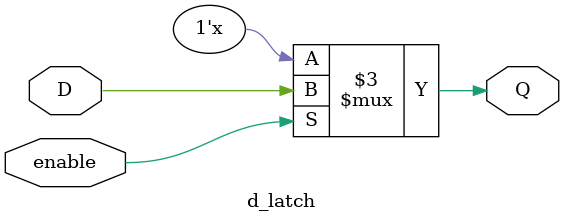
<source format=v>
module d_latch (Q, D, enable);
output Q;
input D, enable;
reg Q;
always @ (enable or D)
if (enable) Q = D; // Same as: if (enable == 1)
endmodule
</source>
